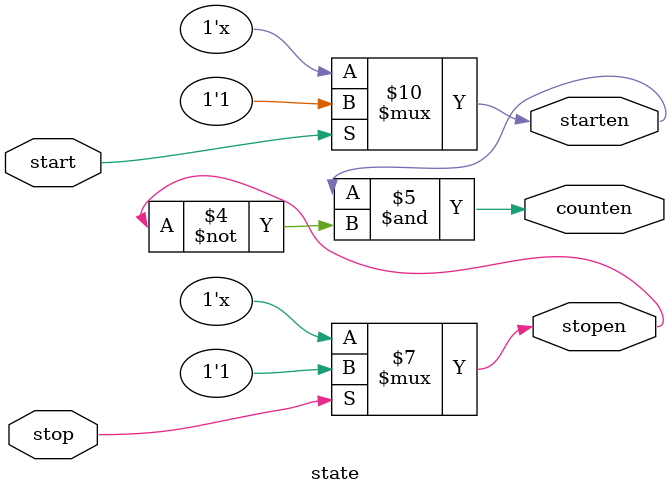
<source format=v>
`timescale 1ns / 1ps

module state(

input start,
output reg starten,
input stop,
output reg stopen,
output counten
);
always @(start, stop)
begin
    if (start == 1)
    starten = 1;
    
    if (stop == 1)
    stopen = 1;
    
    end
    
    assign counten = starten & ~stopen;
    
endmodule

</source>
